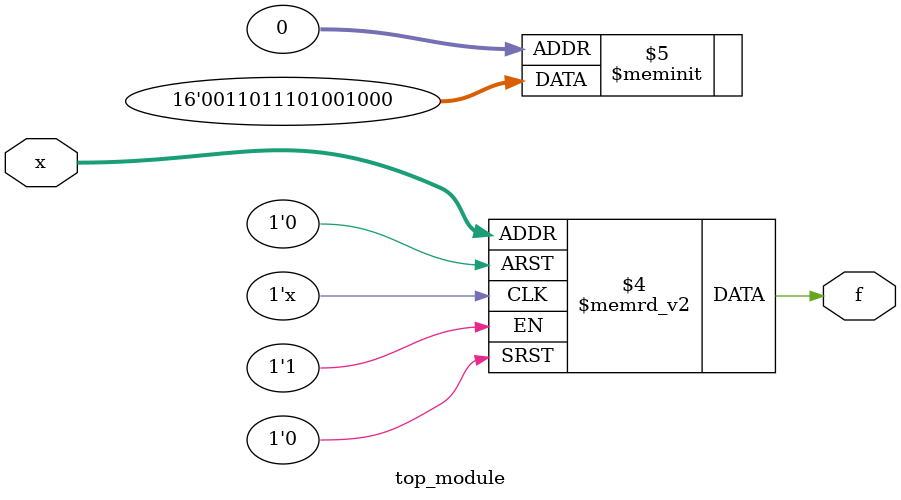
<source format=sv>
module top_module (
    input [4:1] x,
    output logic f
);
    always @(*) begin
        case (x)
            4'b0001: f = 1'b0;
            4'b0011: f = 1'b1;
            4'b0100: f = 1'b0;
            4'b0110: f = 1'b1;
            4'b1000: f = 1'b1;
            4'b1001: f = 1'b1;
            4'b1010: f = 1'b1;
            4'b1100: f = 1'b1;
            4'b1101: f = 1'b1;
            default: f = 1'b0; // default 0 for not defined states
        endcase
    end
endmodule

</source>
